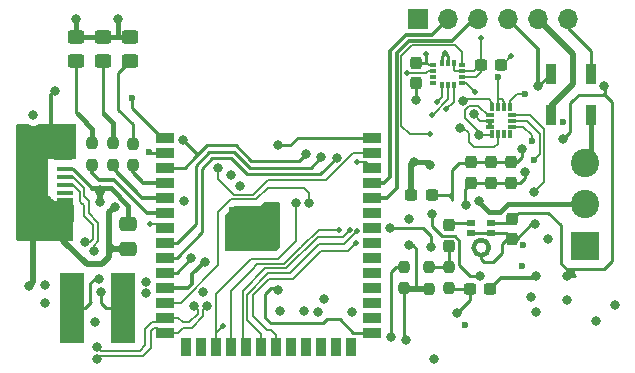
<source format=gtl>
G04 #@! TF.GenerationSoftware,KiCad,Pcbnew,7.0.1*
G04 #@! TF.CreationDate,2023-11-26T12:32:17+08:00*
G04 #@! TF.ProjectId,SourceFIle,536f7572-6365-4464-996c-652e6b696361,02*
G04 #@! TF.SameCoordinates,Original*
G04 #@! TF.FileFunction,Copper,L1,Top*
G04 #@! TF.FilePolarity,Positive*
%FSLAX46Y46*%
G04 Gerber Fmt 4.6, Leading zero omitted, Abs format (unit mm)*
G04 Created by KiCad (PCBNEW 7.0.1) date 2023-11-26 12:32:17*
%MOMM*%
%LPD*%
G01*
G04 APERTURE LIST*
G04 Aperture macros list*
%AMRoundRect*
0 Rectangle with rounded corners*
0 $1 Rounding radius*
0 $2 $3 $4 $5 $6 $7 $8 $9 X,Y pos of 4 corners*
0 Add a 4 corners polygon primitive as box body*
4,1,4,$2,$3,$4,$5,$6,$7,$8,$9,$2,$3,0*
0 Add four circle primitives for the rounded corners*
1,1,$1+$1,$2,$3*
1,1,$1+$1,$4,$5*
1,1,$1+$1,$6,$7*
1,1,$1+$1,$8,$9*
0 Add four rect primitives between the rounded corners*
20,1,$1+$1,$2,$3,$4,$5,0*
20,1,$1+$1,$4,$5,$6,$7,0*
20,1,$1+$1,$6,$7,$8,$9,0*
20,1,$1+$1,$8,$9,$2,$3,0*%
G04 Aperture macros list end*
G04 #@! TA.AperFunction,NonConductor*
%ADD10C,0.400000*%
G04 #@! TD*
G04 #@! TA.AperFunction,SMDPad,CuDef*
%ADD11RoundRect,0.237500X0.237500X-0.300000X0.237500X0.300000X-0.237500X0.300000X-0.237500X-0.300000X0*%
G04 #@! TD*
G04 #@! TA.AperFunction,SMDPad,CuDef*
%ADD12RoundRect,0.237500X-0.237500X0.250000X-0.237500X-0.250000X0.237500X-0.250000X0.237500X0.250000X0*%
G04 #@! TD*
G04 #@! TA.AperFunction,SMDPad,CuDef*
%ADD13RoundRect,0.237500X-0.237500X0.300000X-0.237500X-0.300000X0.237500X-0.300000X0.237500X0.300000X0*%
G04 #@! TD*
G04 #@! TA.AperFunction,ComponentPad*
%ADD14R,1.700000X1.700000*%
G04 #@! TD*
G04 #@! TA.AperFunction,ComponentPad*
%ADD15O,1.700000X1.700000*%
G04 #@! TD*
G04 #@! TA.AperFunction,SMDPad,CuDef*
%ADD16RoundRect,0.237500X0.300000X0.237500X-0.300000X0.237500X-0.300000X-0.237500X0.300000X-0.237500X0*%
G04 #@! TD*
G04 #@! TA.AperFunction,SMDPad,CuDef*
%ADD17RoundRect,0.250000X-0.450000X0.325000X-0.450000X-0.325000X0.450000X-0.325000X0.450000X0.325000X0*%
G04 #@! TD*
G04 #@! TA.AperFunction,SMDPad,CuDef*
%ADD18R,0.900000X1.700000*%
G04 #@! TD*
G04 #@! TA.AperFunction,SMDPad,CuDef*
%ADD19R,1.500000X0.900000*%
G04 #@! TD*
G04 #@! TA.AperFunction,SMDPad,CuDef*
%ADD20R,0.900000X1.500000*%
G04 #@! TD*
G04 #@! TA.AperFunction,SMDPad,CuDef*
%ADD21R,0.900000X0.900000*%
G04 #@! TD*
G04 #@! TA.AperFunction,SMDPad,CuDef*
%ADD22R,2.000000X6.000000*%
G04 #@! TD*
G04 #@! TA.AperFunction,SMDPad,CuDef*
%ADD23RoundRect,0.237500X0.237500X-0.250000X0.237500X0.250000X-0.237500X0.250000X-0.237500X-0.250000X0*%
G04 #@! TD*
G04 #@! TA.AperFunction,ComponentPad*
%ADD24R,2.400000X2.400000*%
G04 #@! TD*
G04 #@! TA.AperFunction,ComponentPad*
%ADD25C,2.400000*%
G04 #@! TD*
G04 #@! TA.AperFunction,SMDPad,CuDef*
%ADD26R,0.736600X0.533400*%
G04 #@! TD*
G04 #@! TA.AperFunction,SMDPad,CuDef*
%ADD27R,0.300000X0.300000*%
G04 #@! TD*
G04 #@! TA.AperFunction,SMDPad,CuDef*
%ADD28R,1.350000X0.400000*%
G04 #@! TD*
G04 #@! TA.AperFunction,SMDPad,CuDef*
%ADD29R,1.600000X2.100000*%
G04 #@! TD*
G04 #@! TA.AperFunction,SMDPad,CuDef*
%ADD30R,1.900000X1.800000*%
G04 #@! TD*
G04 #@! TA.AperFunction,SMDPad,CuDef*
%ADD31R,1.900000X1.900000*%
G04 #@! TD*
G04 #@! TA.AperFunction,SMDPad,CuDef*
%ADD32RoundRect,0.237500X-0.300000X-0.237500X0.300000X-0.237500X0.300000X0.237500X-0.300000X0.237500X0*%
G04 #@! TD*
G04 #@! TA.AperFunction,SMDPad,CuDef*
%ADD33RoundRect,0.250000X-0.475000X0.337500X-0.475000X-0.337500X0.475000X-0.337500X0.475000X0.337500X0*%
G04 #@! TD*
G04 #@! TA.AperFunction,SMDPad,CuDef*
%ADD34RoundRect,0.007000X0.168000X-0.298000X0.168000X0.298000X-0.168000X0.298000X-0.168000X-0.298000X0*%
G04 #@! TD*
G04 #@! TA.AperFunction,SMDPad,CuDef*
%ADD35RoundRect,0.007000X0.298000X0.168000X-0.298000X0.168000X-0.298000X-0.168000X0.298000X-0.168000X0*%
G04 #@! TD*
G04 #@! TA.AperFunction,SMDPad,CuDef*
%ADD36RoundRect,0.007000X-0.168000X0.298000X-0.168000X-0.298000X0.168000X-0.298000X0.168000X0.298000X0*%
G04 #@! TD*
G04 #@! TA.AperFunction,SMDPad,CuDef*
%ADD37RoundRect,0.007000X-0.298000X-0.168000X0.298000X-0.168000X0.298000X0.168000X-0.298000X0.168000X0*%
G04 #@! TD*
G04 #@! TA.AperFunction,SMDPad,CuDef*
%ADD38R,0.576580X0.351536*%
G04 #@! TD*
G04 #@! TA.AperFunction,SMDPad,CuDef*
%ADD39R,0.351536X0.576580*%
G04 #@! TD*
G04 #@! TA.AperFunction,ViaPad*
%ADD40C,0.800000*%
G04 #@! TD*
G04 #@! TA.AperFunction,ViaPad*
%ADD41C,0.500000*%
G04 #@! TD*
G04 #@! TA.AperFunction,ViaPad*
%ADD42C,0.600000*%
G04 #@! TD*
G04 #@! TA.AperFunction,Conductor*
%ADD43C,0.250000*%
G04 #@! TD*
G04 #@! TA.AperFunction,Conductor*
%ADD44C,0.500000*%
G04 #@! TD*
G04 #@! TA.AperFunction,Conductor*
%ADD45C,0.400000*%
G04 #@! TD*
G04 #@! TA.AperFunction,Conductor*
%ADD46C,0.300000*%
G04 #@! TD*
G04 #@! TA.AperFunction,Conductor*
%ADD47C,0.254000*%
G04 #@! TD*
G04 #@! TA.AperFunction,Conductor*
%ADD48C,0.200000*%
G04 #@! TD*
G04 APERTURE END LIST*
D10*
X167481251Y-90715000D02*
G75*
G03*
X167481251Y-90715000I-650687J0D01*
G01*
D11*
X169321250Y-85210000D03*
X169321250Y-83485000D03*
D12*
X135621250Y-81895000D03*
X135621250Y-83720000D03*
D13*
X167661250Y-83495000D03*
X167661250Y-85220000D03*
X169421250Y-88272500D03*
X169421250Y-89997500D03*
D14*
X161471250Y-71375000D03*
D15*
X164011250Y-71375000D03*
X166551250Y-71375000D03*
X169091250Y-71375000D03*
X171631250Y-71375000D03*
X174171250Y-71375000D03*
D16*
X167573750Y-94195000D03*
X165848750Y-94195000D03*
D17*
X137110000Y-72892500D03*
X137110000Y-74942500D03*
D16*
X162633750Y-86275000D03*
X160908750Y-86275000D03*
D18*
X176140615Y-76007104D03*
X172740615Y-76007104D03*
D19*
X140061250Y-81395000D03*
X140061250Y-82665000D03*
X140061250Y-83935000D03*
X140061250Y-85205000D03*
X140061250Y-86475000D03*
X140061250Y-87745000D03*
X140061250Y-89015000D03*
X140061250Y-90285000D03*
X140061250Y-91555000D03*
X140061250Y-92825000D03*
X140061250Y-94095000D03*
X140061250Y-95365000D03*
X140061250Y-96635000D03*
X140061250Y-97905000D03*
D20*
X141826250Y-99155000D03*
X143096250Y-99155000D03*
X144366250Y-99155000D03*
X145636250Y-99155000D03*
X146906250Y-99155000D03*
X148176250Y-99155000D03*
X149446250Y-99155000D03*
X150716250Y-99155000D03*
X151986250Y-99155000D03*
X153256250Y-99155000D03*
X154526250Y-99155000D03*
X155796250Y-99155000D03*
D19*
X157561250Y-97905000D03*
X157561250Y-96635000D03*
X157561250Y-95365000D03*
X157561250Y-94095000D03*
X157561250Y-92825000D03*
X157561250Y-91555000D03*
X157561250Y-90285000D03*
X157561250Y-89015000D03*
X157561250Y-87745000D03*
X157561250Y-86475000D03*
X157561250Y-85205000D03*
X157561250Y-83935000D03*
X157561250Y-82665000D03*
X157561250Y-81395000D03*
D21*
X147311250Y-89115000D03*
X145911250Y-87715000D03*
X145911250Y-89115000D03*
X145911250Y-90515000D03*
X147311250Y-90515000D03*
X148711250Y-90515000D03*
X148711250Y-89115000D03*
X148711250Y-87715000D03*
X147311250Y-87715000D03*
D22*
X136491250Y-95795000D03*
X132191250Y-95795000D03*
D11*
X164121250Y-90557500D03*
X164121250Y-88832500D03*
D23*
X160291250Y-94177500D03*
X160291250Y-92352500D03*
D24*
X175591250Y-90555000D03*
D25*
X175591250Y-87055000D03*
X175591250Y-83555000D03*
D18*
X176131250Y-79485000D03*
X172731250Y-79485000D03*
D17*
X134790000Y-72900000D03*
X134790000Y-74950000D03*
D12*
X133911250Y-81885000D03*
X133911250Y-83710000D03*
D23*
X164131250Y-94157500D03*
X164131250Y-92332500D03*
D11*
X161275000Y-76787500D03*
X161275000Y-75062500D03*
D26*
X165991250Y-88642800D03*
X165991250Y-89465000D03*
D27*
X166828750Y-91377200D03*
D26*
X167666250Y-89465000D03*
X167666250Y-88642800D03*
D28*
X131566250Y-84100000D03*
X131566250Y-84750000D03*
X131566250Y-85400000D03*
X131566250Y-86050000D03*
X131566250Y-86700000D03*
D29*
X131441250Y-82300000D03*
X131441250Y-88500000D03*
D30*
X128891250Y-81600000D03*
D31*
X128891250Y-84200000D03*
X128891250Y-86600000D03*
D30*
X128891250Y-89200000D03*
D12*
X162391250Y-92375000D03*
X162391250Y-94200000D03*
D32*
X166787500Y-75225000D03*
X168512500Y-75225000D03*
D33*
X136961250Y-88727500D03*
X136961250Y-90802500D03*
D34*
X169266250Y-78802500D03*
X168766250Y-78802500D03*
X168266250Y-78802500D03*
X167766250Y-78802500D03*
D35*
X167606250Y-79462500D03*
X167606250Y-79962500D03*
X167606250Y-80462500D03*
D36*
X167766250Y-81122500D03*
X168266250Y-81122500D03*
X168766250Y-81122500D03*
X169266250Y-81122500D03*
D37*
X169426250Y-80462500D03*
X169426250Y-79962500D03*
X169426250Y-79462500D03*
D13*
X166001250Y-83485000D03*
X166001250Y-85210000D03*
D12*
X137311250Y-81905000D03*
X137311250Y-83730000D03*
D17*
X132560000Y-72900000D03*
X132560000Y-74950000D03*
D38*
X165199000Y-76775001D03*
X165199000Y-76275000D03*
X165199000Y-75775000D03*
X165199000Y-75274999D03*
D39*
X164488699Y-75068700D03*
X163988700Y-75068700D03*
X163488701Y-75068700D03*
D38*
X162778400Y-75274999D03*
X162778400Y-75775000D03*
X162778400Y-76275000D03*
X162778400Y-76775001D03*
D39*
X163488701Y-76981300D03*
X163988700Y-76981300D03*
X164488699Y-76981300D03*
D40*
X134591250Y-86855000D03*
X134581250Y-85995000D03*
X170516250Y-84350000D03*
X171475000Y-93150000D03*
X166201250Y-79425000D03*
X146581250Y-88365000D03*
X128681250Y-84465000D03*
X132540000Y-71342500D03*
X128681250Y-87005000D03*
X147951250Y-89795000D03*
X135801250Y-87265000D03*
D41*
X163750000Y-74225000D03*
D40*
X165541250Y-87145000D03*
D42*
X137275000Y-78015500D03*
D40*
X152971250Y-96145000D03*
D41*
X169375000Y-74525000D03*
D40*
X141661250Y-86755000D03*
X159111250Y-89075000D03*
X149271250Y-88365000D03*
X162531250Y-83705000D03*
X162541250Y-90705000D03*
X130700000Y-77425000D03*
X178171250Y-95555000D03*
X153500000Y-95025000D03*
X172491250Y-89955000D03*
X143291250Y-94475000D03*
X149231250Y-89805000D03*
X149611250Y-82070000D03*
X171348750Y-88755000D03*
X130381250Y-81265000D03*
X161275000Y-78225000D03*
X136050000Y-71392500D03*
X151841250Y-96115000D03*
X128521250Y-93980000D03*
X176571250Y-96925000D03*
X130201250Y-89475000D03*
X174071250Y-95115000D03*
X147991250Y-88395000D03*
X146621250Y-89825000D03*
X130361250Y-82465000D03*
X134151250Y-96995000D03*
D42*
X168266750Y-76300000D03*
D40*
X161121250Y-83455000D03*
X129861250Y-93855000D03*
X177181250Y-77005000D03*
D41*
X162175000Y-74350000D03*
D40*
X138481250Y-94565000D03*
X128894141Y-79480208D03*
X173741250Y-81535000D03*
X138471250Y-93615000D03*
X129861250Y-95375000D03*
X170281250Y-82395000D03*
D41*
X166775000Y-72975000D03*
D40*
X174101250Y-93105000D03*
X171461250Y-96165000D03*
D42*
X165416250Y-97275000D03*
D40*
X166611250Y-81205000D03*
D42*
X138701250Y-82655000D03*
D40*
X162850000Y-100165000D03*
X146411250Y-85495000D03*
X149591250Y-94285000D03*
X171666250Y-77075000D03*
X151951250Y-82755000D03*
X141581250Y-81635000D03*
X166611250Y-86745000D03*
X155851250Y-96195000D03*
X164791250Y-96225000D03*
X142536532Y-95665227D03*
X134301250Y-99130000D03*
X134032482Y-90966232D03*
X133290018Y-90223768D03*
X143586532Y-95665227D03*
X134301250Y-100180000D03*
D41*
X160575000Y-75925000D03*
X138800000Y-88700000D03*
D40*
X165247161Y-78305911D03*
X153271250Y-83085000D03*
X165061250Y-80555000D03*
X154591250Y-83105000D03*
X142281250Y-91605000D03*
X145651250Y-84545000D03*
X143441250Y-91905000D03*
D41*
X154800000Y-89200000D03*
X163050000Y-78400000D03*
D40*
X144551250Y-83995000D03*
D41*
X163875000Y-79000000D03*
X155675000Y-89250000D03*
X144975000Y-97350000D03*
D40*
X166751250Y-93111500D03*
X151150000Y-86925000D03*
X162631250Y-87855000D03*
D42*
X171257559Y-83330333D03*
X170336750Y-90525000D03*
D40*
X152251250Y-86950000D03*
D42*
X170300000Y-92275000D03*
D40*
X171291250Y-86045000D03*
X160681250Y-88305000D03*
X171061250Y-94895000D03*
D41*
X156350000Y-89275000D03*
X162700000Y-79450000D03*
X156200000Y-90325000D03*
X166275000Y-77500000D03*
X156325000Y-83475000D03*
X162525000Y-81125000D03*
D40*
X160481250Y-98525000D03*
X160671250Y-90485000D03*
X134441250Y-93365000D03*
X134601250Y-94505000D03*
X159151250Y-98315000D03*
X149801250Y-96115000D03*
D42*
X170516250Y-77750000D03*
X173766250Y-80100000D03*
X171100000Y-81675000D03*
D43*
X172720000Y-76027719D02*
X172740615Y-76007104D01*
X172720000Y-76200000D02*
X172720000Y-76027719D01*
X172541250Y-76200000D02*
X172720000Y-76200000D01*
X171666250Y-77075000D02*
X172541250Y-76200000D01*
D44*
X172731250Y-78740000D02*
X174568580Y-76902670D01*
X174568580Y-76902670D02*
X174568580Y-74312330D01*
X174568580Y-74312330D02*
X171631250Y-71375000D01*
X172731250Y-79485000D02*
X172731250Y-78740000D01*
D43*
X174171250Y-72111287D02*
X174171250Y-71375000D01*
X176140615Y-74080652D02*
X174171250Y-72111287D01*
X176140615Y-76007104D02*
X176140615Y-74080652D01*
D45*
X134871250Y-85705000D02*
X134581250Y-85995000D01*
D44*
X134591250Y-86855000D02*
X134581250Y-86845000D01*
D43*
X131566250Y-84100000D02*
X132266250Y-84100000D01*
X132266250Y-84100000D02*
X133871250Y-85705000D01*
D45*
X134291250Y-85705000D02*
X134581250Y-85995000D01*
X133871250Y-85705000D02*
X134291250Y-85705000D01*
D44*
X134581250Y-86845000D02*
X134581250Y-85705000D01*
D45*
X135131250Y-85705000D02*
X134581250Y-85705000D01*
X134581250Y-85705000D02*
X133871250Y-85705000D01*
X136961250Y-87165000D02*
X135501250Y-85705000D01*
X136961250Y-88727500D02*
X136961250Y-87165000D01*
X135501250Y-85705000D02*
X135131250Y-85705000D01*
X135131250Y-85705000D02*
X134871250Y-85705000D01*
D46*
X167554950Y-80484999D02*
X167554950Y-80010769D01*
D45*
X176131250Y-83015000D02*
X175591250Y-83555000D01*
D47*
X161861250Y-89075000D02*
X162391250Y-89605000D01*
D44*
X135351250Y-87715000D02*
X135801250Y-87265000D01*
X133421250Y-92135000D02*
X131441250Y-90155000D01*
D47*
X149611250Y-82070000D02*
X150646250Y-82070000D01*
X168581250Y-91185000D02*
X168581250Y-90395000D01*
D45*
X176131250Y-79485000D02*
X176131250Y-83015000D01*
D47*
X166001250Y-85210000D02*
X169321250Y-85210000D01*
D46*
X168536250Y-93250000D02*
X167591250Y-94195000D01*
D44*
X131441250Y-90155000D02*
X131441250Y-90105000D01*
D43*
X163750000Y-74225000D02*
X163488701Y-74486299D01*
D48*
X166761250Y-79985000D02*
X166201250Y-79425000D01*
D44*
X128891250Y-93610000D02*
X128521250Y-93980000D01*
X135351250Y-91545000D02*
X134761250Y-92135000D01*
D47*
X167081250Y-91905000D02*
X167861250Y-91905000D01*
D44*
X135658750Y-90802500D02*
X135351250Y-90495000D01*
D47*
X167666250Y-89465000D02*
X168888750Y-89465000D01*
X170516250Y-84830000D02*
X170136250Y-85210000D01*
D43*
X161275000Y-78225000D02*
X161275000Y-76787500D01*
D47*
X169838750Y-89997500D02*
X169421250Y-89997500D01*
X166828750Y-91377200D02*
X166828750Y-91652500D01*
D44*
X128891250Y-89200000D02*
X128891250Y-93610000D01*
D47*
X165946250Y-85210000D02*
X165431250Y-85725000D01*
X165991250Y-89465000D02*
X167666250Y-89465000D01*
X171348750Y-88755000D02*
X171081250Y-88755000D01*
D44*
X135351250Y-89725000D02*
X135351250Y-91545000D01*
X136961250Y-90802500D02*
X135658750Y-90802500D01*
D48*
X168266250Y-76300500D02*
X168266250Y-78175000D01*
D45*
X162281250Y-83455000D02*
X162531250Y-83705000D01*
D47*
X168888750Y-89465000D02*
X169421250Y-89997500D01*
D46*
X167591250Y-94195000D02*
X167573750Y-94195000D01*
D47*
X165431250Y-85725000D02*
X165431250Y-87035000D01*
D48*
X168766250Y-78375000D02*
X168566250Y-78175000D01*
D44*
X135351250Y-91110000D02*
X135658750Y-90802500D01*
D45*
X136040000Y-72900000D02*
X132560000Y-72900000D01*
D47*
X140061250Y-81395000D02*
X139761250Y-81395000D01*
D44*
X135351250Y-90495000D02*
X135351250Y-89725000D01*
D47*
X171081250Y-88755000D02*
X169838750Y-89997500D01*
X139761250Y-81395000D02*
X137275000Y-78908750D01*
D45*
X136040000Y-72900000D02*
X136040000Y-71402500D01*
D43*
X163750000Y-74225000D02*
X163988700Y-74463700D01*
D48*
X168566250Y-78175000D02*
X168266250Y-78175000D01*
D47*
X150646250Y-82070000D02*
X151321250Y-81395000D01*
D44*
X135351250Y-91545000D02*
X135351250Y-91110000D01*
D47*
X170136250Y-85210000D02*
X169321250Y-85210000D01*
X168978750Y-89997500D02*
X169421250Y-89997500D01*
D48*
X168766250Y-78802500D02*
X168766250Y-78375000D01*
D47*
X166828750Y-91652500D02*
X167081250Y-91905000D01*
D43*
X163988700Y-74463700D02*
X163988700Y-75068700D01*
D45*
X161121250Y-83455000D02*
X162281250Y-83455000D01*
X137102500Y-72900000D02*
X136040000Y-72900000D01*
D47*
X167861250Y-91905000D02*
X168581250Y-91185000D01*
D44*
X134761250Y-92135000D02*
X133421250Y-92135000D01*
D47*
X171475000Y-93150000D02*
X171475000Y-93200000D01*
D48*
X168266250Y-78802500D02*
X168266250Y-78175000D01*
X168675000Y-75225000D02*
X168512500Y-75225000D01*
D47*
X137275000Y-78908750D02*
X137275000Y-78015500D01*
D44*
X160908750Y-86275000D02*
X160908750Y-83667500D01*
D47*
X151321250Y-81395000D02*
X157561250Y-81395000D01*
D48*
X168266750Y-76300000D02*
X168266250Y-76300500D01*
D47*
X159111250Y-89075000D02*
X161861250Y-89075000D01*
X168581250Y-90395000D02*
X168978750Y-89997500D01*
D46*
X130361250Y-82465000D02*
X130361250Y-77763750D01*
D47*
X165431250Y-87035000D02*
X165541250Y-87145000D01*
D46*
X171375000Y-93250000D02*
X168536250Y-93250000D01*
D44*
X135351250Y-89725000D02*
X135351250Y-87715000D01*
D47*
X166001250Y-85210000D02*
X165946250Y-85210000D01*
X162391250Y-89605000D02*
X162541250Y-89755000D01*
D43*
X163488701Y-74486299D02*
X163488701Y-75068700D01*
D47*
X162541250Y-89755000D02*
X162541250Y-90705000D01*
D46*
X171475000Y-93150000D02*
X171375000Y-93250000D01*
D44*
X160908750Y-83667500D02*
X161121250Y-83455000D01*
D47*
X170516250Y-84350000D02*
X170516250Y-84830000D01*
D46*
X130361250Y-77763750D02*
X130700000Y-77425000D01*
D45*
X132560000Y-72900000D02*
X132560000Y-71362500D01*
D48*
X169375000Y-74525000D02*
X168675000Y-75225000D01*
D47*
X176511250Y-96985000D02*
X176571250Y-96925000D01*
D48*
X167554950Y-79985000D02*
X166761250Y-79985000D01*
X164488699Y-75638699D02*
X164625000Y-75775000D01*
D43*
X162175000Y-75062500D02*
X161275000Y-75062500D01*
D47*
X164341250Y-85565000D02*
X164341250Y-84155000D01*
X174581250Y-92935000D02*
X174611250Y-92965000D01*
X162633750Y-86275000D02*
X164131250Y-86275000D01*
X174101250Y-92565000D02*
X174101250Y-93105000D01*
X138711250Y-82665000D02*
X138701250Y-82655000D01*
X175091250Y-77755000D02*
X174621250Y-78225000D01*
X170281250Y-82395000D02*
X170281250Y-83055000D01*
D48*
X165411250Y-79745000D02*
X166611250Y-80945000D01*
D47*
X164341250Y-86485000D02*
X164131250Y-86275000D01*
X169421250Y-88272500D02*
X169473750Y-88272500D01*
D48*
X162399999Y-75274999D02*
X162175000Y-75050000D01*
D47*
X171751250Y-96165000D02*
X171461250Y-96165000D01*
X174621250Y-78225000D02*
X174351250Y-78495000D01*
X177291250Y-77115000D02*
X177181250Y-77005000D01*
X177291250Y-77755000D02*
X176941250Y-77755000D01*
D48*
X167554950Y-79485001D02*
X167371251Y-79485001D01*
D47*
X169050950Y-88642800D02*
X169421250Y-88272500D01*
X169473750Y-88272500D02*
X170001250Y-87745000D01*
X167666250Y-88642800D02*
X169050950Y-88642800D01*
D48*
X166787500Y-72987500D02*
X166787500Y-75225000D01*
D47*
X177511250Y-77975000D02*
X177291250Y-77755000D01*
D43*
X162175000Y-74350000D02*
X162175000Y-75062500D01*
D47*
X170281250Y-83055000D02*
X169851250Y-83485000D01*
X174351250Y-78495000D02*
X174351250Y-79855000D01*
D48*
X167371251Y-79485001D02*
X166586250Y-78700000D01*
D47*
X175391250Y-77755000D02*
X175091250Y-77755000D01*
X164341250Y-85835000D02*
X164341250Y-85565000D01*
X177211250Y-92565000D02*
X177921250Y-91855000D01*
D48*
X165199000Y-76275000D02*
X166350000Y-76275000D01*
D47*
X164341250Y-84155000D02*
X164921250Y-83575000D01*
X164341250Y-86685000D02*
X164341250Y-85835000D01*
X174351250Y-80925000D02*
X173741250Y-81535000D01*
X177291250Y-77755000D02*
X177291250Y-77565000D01*
X177101250Y-77755000D02*
X177291250Y-77565000D01*
X164341250Y-85835000D02*
X164341250Y-86065000D01*
D48*
X162778400Y-75274999D02*
X162399999Y-75274999D01*
D47*
X174611250Y-92965000D02*
X174751250Y-93105000D01*
X164131250Y-86275000D02*
X164301250Y-86275000D01*
X164341250Y-86065000D02*
X164131250Y-86275000D01*
D48*
X166620950Y-81195300D02*
X166611250Y-81205000D01*
D47*
X174101250Y-93105000D02*
X174751250Y-93105000D01*
X172511250Y-87745000D02*
X173601250Y-88835000D01*
D48*
X166611250Y-80945000D02*
X166611250Y-81205000D01*
D47*
X174211250Y-92565000D02*
X174611250Y-92965000D01*
D48*
X165199000Y-75775000D02*
X166237500Y-75775000D01*
X166586250Y-78700000D02*
X165816250Y-78700000D01*
D47*
X164341250Y-86235000D02*
X164341250Y-85565000D01*
D48*
X162175000Y-75050000D02*
X162175000Y-74350000D01*
D47*
X174581250Y-92565000D02*
X174581250Y-92935000D01*
X140061250Y-82665000D02*
X138711250Y-82665000D01*
X165921250Y-83565000D02*
X166001250Y-83485000D01*
X170001250Y-87745000D02*
X172511250Y-87745000D01*
X173601250Y-88835000D02*
X173601250Y-92065000D01*
X176941250Y-77755000D02*
X177101250Y-77755000D01*
X169851250Y-83485000D02*
X169321250Y-83485000D01*
D48*
X165816250Y-78700000D02*
X165411250Y-79105000D01*
X166775000Y-72975000D02*
X166787500Y-72987500D01*
D47*
X177921250Y-91855000D02*
X177921250Y-78385000D01*
X164921250Y-83575000D02*
X164921250Y-83565000D01*
D48*
X164488699Y-75068700D02*
X164488699Y-75638699D01*
X164625000Y-75775000D02*
X165199000Y-75775000D01*
D47*
X174351250Y-79855000D02*
X174351250Y-80925000D01*
X174581250Y-92565000D02*
X177211250Y-92565000D01*
D48*
X167761249Y-81195300D02*
X166620950Y-81195300D01*
D47*
X177291250Y-77565000D02*
X177291250Y-77115000D01*
D48*
X165411250Y-79105000D02*
X165411250Y-79745000D01*
X166787500Y-75837500D02*
X166787500Y-75225000D01*
D47*
X177921250Y-78385000D02*
X177511250Y-77975000D01*
X164921250Y-83565000D02*
X165921250Y-83565000D01*
X166001250Y-83485000D02*
X169321250Y-83485000D01*
X173601250Y-92065000D02*
X174101250Y-92565000D01*
X176941250Y-77755000D02*
X175391250Y-77755000D01*
D48*
X166237500Y-75775000D02*
X166787500Y-75225000D01*
X166350000Y-76275000D02*
X166787500Y-75837500D01*
D47*
X164341250Y-86685000D02*
X164341250Y-86485000D01*
X174101250Y-92565000D02*
X174211250Y-92565000D01*
X174211250Y-92565000D02*
X174581250Y-92565000D01*
X164301250Y-86275000D02*
X164341250Y-86235000D01*
X148551250Y-96635000D02*
X149051250Y-97135000D01*
D46*
X171666250Y-77075000D02*
X171650000Y-77058750D01*
X171650000Y-73933750D02*
X169091250Y-71375000D01*
D47*
X153791250Y-96745000D02*
X154831250Y-96745000D01*
X149481250Y-94175000D02*
X149001250Y-94175000D01*
X154831250Y-96745000D02*
X155991250Y-97905000D01*
X148551250Y-94625000D02*
X148551250Y-96635000D01*
X155991250Y-97905000D02*
X157561250Y-97905000D01*
X149001250Y-94175000D02*
X148551250Y-94625000D01*
X149591250Y-94285000D02*
X149481250Y-94175000D01*
X153401250Y-97135000D02*
X153791250Y-96745000D01*
X149051250Y-97135000D02*
X153401250Y-97135000D01*
D46*
X171650000Y-77058750D02*
X171650000Y-73933750D01*
D47*
X146071250Y-82045000D02*
X147371250Y-83345000D01*
X151361250Y-83345000D02*
X151951250Y-82755000D01*
X142636250Y-82690000D02*
X142956250Y-82690000D01*
X142636250Y-83010000D02*
X142636250Y-82690000D01*
X142956250Y-82690000D02*
X142586250Y-83060000D01*
X141581250Y-81635000D02*
X142636250Y-82690000D01*
X141711250Y-83935000D02*
X140061250Y-83935000D01*
X142586250Y-83060000D02*
X142636250Y-83010000D01*
X147371250Y-83345000D02*
X151361250Y-83345000D01*
X143601250Y-82045000D02*
X146071250Y-82045000D01*
X142956250Y-82690000D02*
X143601250Y-82045000D01*
X142586250Y-83060000D02*
X141711250Y-83935000D01*
D45*
X175591250Y-87055000D02*
X169101250Y-87055000D01*
X168451250Y-87705000D02*
X167471250Y-87705000D01*
X169101250Y-87055000D02*
X168451250Y-87705000D01*
X167471250Y-87705000D02*
X166611250Y-86845000D01*
X166611250Y-86845000D02*
X166611250Y-86745000D01*
D47*
X164791250Y-96225000D02*
X165848750Y-95167500D01*
X165848750Y-94195000D02*
X164168750Y-94195000D01*
X164168750Y-94195000D02*
X164131250Y-94157500D01*
X165848750Y-95167500D02*
X165848750Y-94195000D01*
X164088750Y-92375000D02*
X164131250Y-92332500D01*
X164121250Y-90557500D02*
X164121250Y-92322500D01*
X162391250Y-92375000D02*
X164088750Y-92375000D01*
X164121250Y-92322500D02*
X164131250Y-92332500D01*
X164310950Y-88642800D02*
X164121250Y-88832500D01*
D46*
X164280750Y-88673000D02*
X164121250Y-88832500D01*
D47*
X165991250Y-88642800D02*
X164310950Y-88642800D01*
D48*
X134601249Y-99429999D02*
X134301250Y-99130000D01*
X138396250Y-97577298D02*
X138396250Y-99000023D01*
X139351250Y-97045000D02*
X138928548Y-97045000D01*
X140061250Y-96635000D02*
X139761250Y-96635000D01*
X134032482Y-90541967D02*
X134032482Y-90966232D01*
X134376250Y-90198199D02*
X134032482Y-90541967D01*
X132241250Y-84750000D02*
X131566250Y-84750000D01*
X142836531Y-95965226D02*
X142536532Y-95665227D01*
X133606250Y-86796800D02*
X133606250Y-87821800D01*
X139761250Y-96635000D02*
X139351250Y-97045000D01*
X134376250Y-88591800D02*
X134376250Y-90198199D01*
X133169450Y-85678200D02*
X132241250Y-84750000D01*
X142836531Y-96321519D02*
X142836531Y-95965226D01*
X138928548Y-97045000D02*
X138396250Y-97577298D01*
X141596251Y-97045000D02*
X142113050Y-97045000D01*
X133606250Y-87821800D02*
X134376250Y-88591800D01*
X137966273Y-99430000D02*
X134601249Y-99429999D01*
X133169450Y-86360000D02*
X133169450Y-85678200D01*
X141186251Y-96635000D02*
X141596251Y-97045000D01*
X142113050Y-97045000D02*
X142836531Y-96321519D01*
X138396250Y-99000023D02*
X137966273Y-99430000D01*
X133169450Y-86360000D02*
X133606250Y-86796800D01*
X140061250Y-96635000D02*
X141186251Y-96635000D01*
X134601249Y-99880001D02*
X134301250Y-100180000D01*
X133156250Y-88008200D02*
X133926250Y-88778200D01*
X133926250Y-90011801D02*
X133714283Y-90223768D01*
X140061250Y-97905000D02*
X141186251Y-97905000D01*
X133926250Y-88778200D02*
X133926250Y-90011801D01*
X132983050Y-86905000D02*
X133156250Y-87078200D01*
X132241250Y-85400000D02*
X132844450Y-86003200D01*
X131566250Y-85400000D02*
X132241250Y-85400000D01*
X138846250Y-97763698D02*
X138846250Y-99186423D01*
X143286533Y-95965226D02*
X143586532Y-95665227D01*
X141186251Y-97905000D02*
X141596251Y-97495000D01*
X139114948Y-97495000D02*
X138846250Y-97763698D01*
X140061250Y-97905000D02*
X139761250Y-97905000D01*
X132844450Y-86766400D02*
X132983050Y-86905000D01*
X141596251Y-97495000D02*
X142299450Y-97495000D01*
X143286533Y-96507917D02*
X143286533Y-95965226D01*
X139761250Y-97905000D02*
X139351250Y-97495000D01*
X133714283Y-90223768D02*
X133290018Y-90223768D01*
X132844450Y-86003200D02*
X132844450Y-86766400D01*
X138846250Y-99186423D02*
X138152673Y-99880000D01*
X133156250Y-87078200D02*
X133156250Y-88008200D01*
X142299450Y-97495000D02*
X143286533Y-96507917D01*
X138152673Y-99880000D02*
X134601249Y-99880001D01*
X139351250Y-97495000D02*
X139114948Y-97495000D01*
D43*
X136100000Y-75952500D02*
X137110000Y-74942500D01*
X136100000Y-79075000D02*
X136100000Y-75952500D01*
X137311250Y-80286250D02*
X136100000Y-79075000D01*
X137311250Y-81905000D02*
X137311250Y-80286250D01*
X134790000Y-79311250D02*
X135001875Y-79523125D01*
D45*
X135001875Y-79523125D02*
X134911250Y-79432500D01*
X135621250Y-80142500D02*
X135001875Y-79523125D01*
D43*
X134790000Y-74950000D02*
X134790000Y-79311250D01*
D45*
X135621250Y-81895000D02*
X135621250Y-80142500D01*
D43*
X132560000Y-79311250D02*
X132861875Y-79613125D01*
D45*
X132861875Y-79613125D02*
X132681250Y-79432500D01*
X133911250Y-81885000D02*
X133911250Y-80662500D01*
X133911250Y-80662500D02*
X132861875Y-79613125D01*
D43*
X132560000Y-74950000D02*
X132560000Y-79311250D01*
D46*
X138181250Y-85205000D02*
X137311250Y-84335000D01*
X140061250Y-85205000D02*
X138181250Y-85205000D01*
X137311250Y-84335000D02*
X137311250Y-83730000D01*
X140061250Y-86475000D02*
X138091250Y-86475000D01*
X138091250Y-86475000D02*
X135621250Y-84005000D01*
X135621250Y-84005000D02*
X135621250Y-83720000D01*
X134441250Y-84955000D02*
X133911250Y-84425000D01*
X135711250Y-84955000D02*
X134441250Y-84955000D01*
X133911250Y-84425000D02*
X133911250Y-83710000D01*
X138501250Y-87745000D02*
X135711250Y-84955000D01*
X140061250Y-87745000D02*
X138501250Y-87745000D01*
D48*
X160525000Y-75925000D02*
X162140110Y-75925000D01*
X138800000Y-88700000D02*
X139746250Y-88700000D01*
X139746250Y-88700000D02*
X140061250Y-89015000D01*
X162290110Y-75775000D02*
X162778400Y-75775000D01*
X162140110Y-75925000D02*
X162290110Y-75775000D01*
X167466250Y-78175000D02*
X167761249Y-78469999D01*
X165378072Y-78175000D02*
X167466250Y-78175000D01*
D47*
X141051250Y-90285000D02*
X140061250Y-90285000D01*
X143791250Y-82645000D02*
X142661250Y-83775000D01*
D48*
X165247161Y-78305911D02*
X165378072Y-78175000D01*
X167761249Y-78469999D02*
X167761249Y-78774700D01*
D47*
X145901250Y-82645000D02*
X143791250Y-82645000D01*
X142661250Y-88675000D02*
X141051250Y-90285000D01*
X153271250Y-83085000D02*
X152391250Y-83965000D01*
X142661250Y-83775000D02*
X142661250Y-88675000D01*
X152391250Y-83965000D02*
X147221250Y-83965000D01*
X147221250Y-83965000D02*
X145901250Y-82645000D01*
D48*
X165761250Y-81765000D02*
X166231250Y-82235000D01*
D47*
X145621250Y-83165000D02*
X146981250Y-84525000D01*
D48*
X167941250Y-82235000D02*
X168261250Y-81915000D01*
D47*
X143181250Y-84025000D02*
X144041250Y-83165000D01*
X141031250Y-91555000D02*
X143181250Y-89405000D01*
X146981250Y-84525000D02*
X153171250Y-84525000D01*
D48*
X165761250Y-81045000D02*
X165761250Y-81765000D01*
D47*
X153171250Y-84525000D02*
X154591250Y-83105000D01*
X144041250Y-83165000D02*
X145621250Y-83165000D01*
D48*
X165061250Y-80555000D02*
X165271250Y-80555000D01*
D47*
X143181250Y-89405000D02*
X143181250Y-84025000D01*
X140061250Y-91555000D02*
X141031250Y-91555000D01*
D48*
X168261250Y-81915000D02*
X168261250Y-81195300D01*
X166231250Y-82235000D02*
X167941250Y-82235000D01*
X165271250Y-80555000D02*
X165761250Y-81045000D01*
D47*
X141061250Y-92825000D02*
X142281250Y-91605000D01*
X140061250Y-92825000D02*
X141061250Y-92825000D01*
D46*
X143441250Y-91905000D02*
X142361250Y-92985000D01*
X142021250Y-94095000D02*
X140061250Y-94095000D01*
X142361250Y-92985000D02*
X142361250Y-93755000D01*
X142361250Y-93755000D02*
X142021250Y-94095000D01*
D48*
X147425000Y-92575000D02*
X147875000Y-92125000D01*
X147875000Y-92125000D02*
X149600000Y-92125000D01*
X145636250Y-99155000D02*
X145636250Y-94363750D01*
X151550000Y-90700000D02*
X153050000Y-89200000D01*
X153050000Y-89200000D02*
X154800000Y-89200000D01*
X163488701Y-77961299D02*
X163050000Y-78400000D01*
X145636250Y-94363750D02*
X147425000Y-92575000D01*
X150125000Y-92125000D02*
X151550000Y-90700000D01*
X149600000Y-92125000D02*
X150125000Y-92125000D01*
X163488701Y-76981300D02*
X163488701Y-77961299D01*
X144551250Y-84876250D02*
X145925000Y-86250000D01*
X147500000Y-86250000D02*
X148775000Y-84975000D01*
X144551250Y-83995000D02*
X144551250Y-84876250D01*
X153700000Y-84975000D02*
X156010000Y-82665000D01*
X145925000Y-86250000D02*
X147500000Y-86250000D01*
X148775000Y-84975000D02*
X153700000Y-84975000D01*
X156010000Y-82665000D02*
X157561250Y-82665000D01*
X148525000Y-92475000D02*
X150325000Y-92475000D01*
X164488699Y-78386301D02*
X163875000Y-79000000D01*
X150325000Y-92475000D02*
X152975000Y-89825000D01*
X146625000Y-94375000D02*
X148525000Y-92475000D01*
X155100000Y-89825000D02*
X155675000Y-89250000D01*
X146625000Y-98873750D02*
X146625000Y-94375000D01*
X152975000Y-89825000D02*
X155100000Y-89825000D01*
X164488699Y-76981300D02*
X164488699Y-78386301D01*
X146906250Y-99155000D02*
X146625000Y-98873750D01*
X170678750Y-79962500D02*
X171775000Y-81058750D01*
X144366250Y-99155000D02*
X144366250Y-97958750D01*
X144366250Y-94633750D02*
X147325000Y-91675000D01*
X144366250Y-97958750D02*
X144975000Y-97350000D01*
X171775000Y-81058750D02*
X171775000Y-82812892D01*
X147325000Y-91675000D02*
X149625000Y-91675000D01*
X144366250Y-99155000D02*
X144366250Y-94633750D01*
D43*
X163500000Y-89725000D02*
X164575000Y-89725000D01*
X162631250Y-87855000D02*
X162631250Y-88856250D01*
X164975000Y-90125000D02*
X164975000Y-92225000D01*
X164975000Y-92225000D02*
X165861500Y-93111500D01*
X162631250Y-88856250D02*
X163500000Y-89725000D01*
X164575000Y-89725000D02*
X164975000Y-90125000D01*
D48*
X149625000Y-91675000D02*
X151150000Y-90150000D01*
X151150000Y-90150000D02*
X151150000Y-86925000D01*
X171775000Y-82812892D02*
X171257559Y-83330333D01*
D43*
X165861500Y-93111500D02*
X166751250Y-93111500D01*
D48*
X169426250Y-79962500D02*
X170678750Y-79962500D01*
X169426250Y-79462500D02*
X170928750Y-79462500D01*
X147800000Y-86625000D02*
X148775000Y-85650000D01*
X141410000Y-95365000D02*
X144550000Y-92225000D01*
X145600000Y-86625000D02*
X147800000Y-86625000D01*
X140061250Y-95365000D02*
X141410000Y-95365000D01*
X148775000Y-85650000D02*
X151800000Y-85650000D01*
X144550000Y-87675000D02*
X145600000Y-86625000D01*
X152250000Y-86100000D02*
X152250000Y-86948750D01*
X172141250Y-85195000D02*
X171291250Y-86045000D01*
X151800000Y-85650000D02*
X152250000Y-86100000D01*
X172141250Y-80675000D02*
X172141250Y-85195000D01*
X152250000Y-86948750D02*
X152251250Y-86950000D01*
X170928750Y-79462500D02*
X172141250Y-80675000D01*
X144550000Y-92225000D02*
X144550000Y-87675000D01*
X150650000Y-92875000D02*
X153100000Y-90425000D01*
X162700000Y-79450000D02*
X162707107Y-79450000D01*
X155207107Y-90425000D02*
X156350000Y-89282107D01*
X163988700Y-78168407D02*
X163988700Y-76981300D01*
X153100000Y-90425000D02*
X155207107Y-90425000D01*
X148176250Y-98026250D02*
X146975000Y-96825000D01*
X148176250Y-99155000D02*
X148176250Y-98026250D01*
X148800000Y-92875000D02*
X150650000Y-92875000D01*
X146975000Y-94700000D02*
X148800000Y-92875000D01*
X146975000Y-96825000D02*
X146975000Y-94700000D01*
X162707107Y-79450000D02*
X163988700Y-78168407D01*
X156350000Y-89282107D02*
X156350000Y-89275000D01*
D46*
X158851250Y-86475000D02*
X159696250Y-85630000D01*
X159696250Y-85630000D02*
X159696250Y-74203750D01*
X164375000Y-73225000D02*
X166225000Y-71375000D01*
X159696250Y-74203750D02*
X160675000Y-73225000D01*
X166225000Y-71375000D02*
X166551250Y-71375000D01*
X160675000Y-73225000D02*
X164375000Y-73225000D01*
X157561250Y-86475000D02*
X158851250Y-86475000D01*
X159100000Y-84696250D02*
X159100000Y-77450000D01*
X159100000Y-77450000D02*
X159100000Y-74075000D01*
X162636250Y-72750000D02*
X164011250Y-71375000D01*
X158591250Y-85205000D02*
X159100000Y-84696250D01*
X160425000Y-72750000D02*
X162636250Y-72750000D01*
X159100000Y-74075000D02*
X160425000Y-72750000D01*
X157561250Y-85205000D02*
X158591250Y-85205000D01*
D48*
X155525000Y-91000000D02*
X156200000Y-90325000D01*
X153275000Y-91000000D02*
X155125000Y-91000000D01*
X148725000Y-97700000D02*
X147525000Y-96500000D01*
X149446250Y-99155000D02*
X149446250Y-98096250D01*
X150900000Y-93375000D02*
X151525000Y-92750000D01*
X147525000Y-96500000D02*
X147525000Y-94700000D01*
X155125000Y-91000000D02*
X155525000Y-91000000D01*
X147525000Y-94700000D02*
X148850000Y-93375000D01*
X149050000Y-97700000D02*
X148725000Y-97700000D01*
X148850000Y-93375000D02*
X150900000Y-93375000D01*
X166275000Y-77500000D02*
X165550001Y-76775001D01*
X149446250Y-98096250D02*
X149050000Y-97700000D01*
X151525000Y-92750000D02*
X153275000Y-91000000D01*
X165550001Y-76775001D02*
X165199000Y-76775001D01*
X156325000Y-83475000D02*
X157101250Y-83475000D01*
X160071250Y-80421250D02*
X160775000Y-81125000D01*
X160775000Y-81125000D02*
X162525000Y-81125000D01*
X160925000Y-73600000D02*
X160071250Y-74453750D01*
X165199000Y-74174000D02*
X164625000Y-73600000D01*
X164625000Y-73600000D02*
X160925000Y-73600000D01*
X160071250Y-74453750D02*
X160071250Y-80421250D01*
X157101250Y-83475000D02*
X157561250Y-83935000D01*
X165199000Y-75274999D02*
X165199000Y-74174000D01*
D47*
X160291250Y-98335000D02*
X160481250Y-98525000D01*
D44*
X160623750Y-94200000D02*
X160621250Y-94197500D01*
X161321250Y-94200000D02*
X160623750Y-94200000D01*
D47*
X161341250Y-90805000D02*
X161341250Y-94180000D01*
X161021250Y-90485000D02*
X161341250Y-90805000D01*
X160671250Y-90485000D02*
X161021250Y-90485000D01*
D44*
X162391250Y-94200000D02*
X161321250Y-94200000D01*
D47*
X161341250Y-94180000D02*
X161321250Y-94200000D01*
X160291250Y-94177500D02*
X160291250Y-98335000D01*
X133741250Y-95335000D02*
X133751250Y-95345000D01*
X133751250Y-95345000D02*
X133301250Y-95795000D01*
X134091250Y-93365000D02*
X133741250Y-93715000D01*
X133301250Y-95795000D02*
X132191250Y-95795000D01*
X134441250Y-93365000D02*
X134091250Y-93365000D01*
X133741250Y-93715000D02*
X133741250Y-95335000D01*
X135021250Y-95795000D02*
X136491250Y-95795000D01*
X134601250Y-95375000D02*
X135021250Y-95795000D01*
X134601250Y-94505000D02*
X134601250Y-95375000D01*
X159613750Y-92352500D02*
X160291250Y-92352500D01*
X159151250Y-92815000D02*
X159613750Y-92352500D01*
X159151250Y-98315000D02*
X159151250Y-92815000D01*
D48*
X169516250Y-78075000D02*
X169841250Y-77750000D01*
X169266250Y-78325000D02*
X169516250Y-78075000D01*
X169841250Y-77750000D02*
X170516250Y-77750000D01*
X169266250Y-78802500D02*
X169266250Y-78325000D01*
X170403750Y-80462500D02*
X169426250Y-80462500D01*
X171100000Y-81675000D02*
X171100000Y-81158750D01*
X171100000Y-81158750D02*
X170403750Y-80462500D01*
G04 #@! TA.AperFunction,Conductor*
G36*
X149759036Y-86911663D02*
G01*
X149804436Y-86957173D01*
X149820949Y-87019300D01*
X149812336Y-90576051D01*
X149802840Y-90623342D01*
X149776018Y-90663432D01*
X149613394Y-90826056D01*
X149450767Y-90988683D01*
X149410542Y-91015561D01*
X149363089Y-91025000D01*
X145282500Y-91025000D01*
X145220500Y-91008387D01*
X145175113Y-90963000D01*
X145158500Y-90901000D01*
X145158500Y-87978411D01*
X145167939Y-87930958D01*
X145194819Y-87890730D01*
X145815730Y-87269819D01*
X145855958Y-87242939D01*
X145903411Y-87233500D01*
X147751995Y-87233500D01*
X147768179Y-87234560D01*
X147800000Y-87238750D01*
X147831821Y-87234560D01*
X147831833Y-87234560D01*
X147839884Y-87233500D01*
X147839885Y-87233500D01*
X147939456Y-87220391D01*
X147958851Y-87217838D01*
X148106876Y-87156524D01*
X148202072Y-87083477D01*
X148202072Y-87083476D01*
X148218366Y-87070974D01*
X148218367Y-87070971D01*
X148233987Y-87058987D01*
X148253534Y-87033513D01*
X148264211Y-87021337D01*
X148354233Y-86931315D01*
X148394459Y-86904439D01*
X148441911Y-86895000D01*
X149696949Y-86895000D01*
X149759036Y-86911663D01*
G37*
G04 #@! TD.AperFunction*
G04 #@! TA.AperFunction,Conductor*
G36*
X132451334Y-80234369D02*
G01*
X132496833Y-80279937D01*
X132513345Y-80342178D01*
X132504176Y-83083950D01*
X132487426Y-83145774D01*
X132442057Y-83190991D01*
X132380177Y-83207535D01*
X130143763Y-83207535D01*
X130133762Y-86387535D01*
X130133763Y-86387535D01*
X130313735Y-86387535D01*
X130362548Y-86397547D01*
X130403478Y-86425965D01*
X130429915Y-86468198D01*
X130440361Y-86496204D01*
X130440362Y-86496206D01*
X130527988Y-86613261D01*
X130645046Y-86700889D01*
X130782044Y-86751988D01*
X130782047Y-86751988D01*
X130782049Y-86751989D01*
X130842612Y-86758500D01*
X132120914Y-86758500D01*
X132178171Y-86772511D01*
X132222489Y-86811376D01*
X132243853Y-86866315D01*
X132248946Y-86905000D01*
X132251612Y-86925250D01*
X132302445Y-87047972D01*
X132311884Y-87095754D01*
X132304092Y-90033141D01*
X132287248Y-90095210D01*
X132241579Y-90140494D01*
X132179370Y-90156810D01*
X127587223Y-90130058D01*
X127525506Y-90113192D01*
X127480411Y-90067806D01*
X127463945Y-90005984D01*
X127470115Y-80350476D01*
X127486715Y-80288582D01*
X127532006Y-80243238D01*
X127593885Y-80226562D01*
X128333392Y-80225205D01*
X128371829Y-80231239D01*
X128406504Y-80248887D01*
X128437387Y-80271325D01*
X128611855Y-80349003D01*
X128798652Y-80388708D01*
X128798654Y-80388708D01*
X128989628Y-80388708D01*
X128989630Y-80388708D01*
X129176424Y-80349003D01*
X129176423Y-80349003D01*
X129176429Y-80349002D01*
X129350893Y-80271326D01*
X129384619Y-80246822D01*
X129419074Y-80229246D01*
X129457265Y-80223143D01*
X132389120Y-80217763D01*
X132451334Y-80234369D01*
G37*
G04 #@! TD.AperFunction*
M02*

</source>
